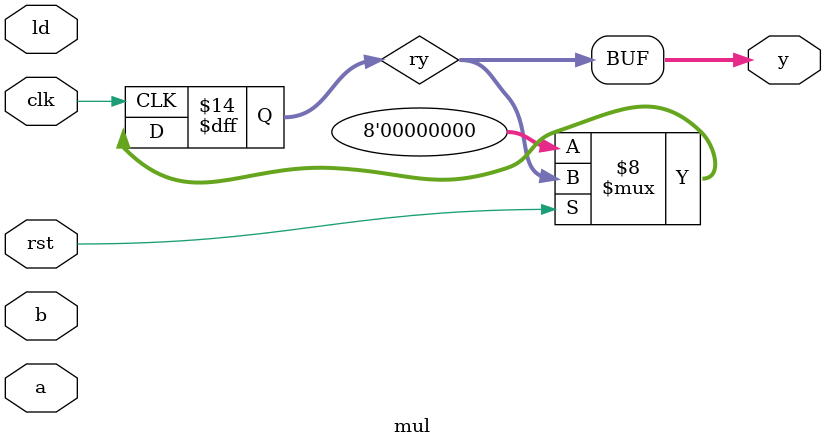
<source format=v>
`timescale 1ns/1ns

module mul(clk, rst, ld, a, b, y);
	input        clk;
	input        rst;
	input        ld;
	input  [3:0] a;
	input  [3:0] b;
	output [7:0] y;
	
	reg  [7:0] ra;
	reg  [3:0] rb;
	reg  [7:0] ry;
	wire [7:0] w_add;
	
	assign w_add = ry + ra;
	assign y = ry;

	always@(posedge clk) begin : multiplicand
		if(rst == 1'b0) begin
			ra <= 8'b00000000;
		/* write answer below */

		/* write answer above */
		end
	end
	
	always@(posedge clk) begin : multiplier
		if(rst == 1'b0) begin
			rb <= 4'b0000;
		/* write answer below */

		/* write answer above */
		end
	end
	
	always@(posedge clk) begin : product
		if(rst == 1'b0) begin
			ry <= 8'b00000000;
		/* write answer below */

		/* write answer above */
		end
	end
		
endmodule

</source>
